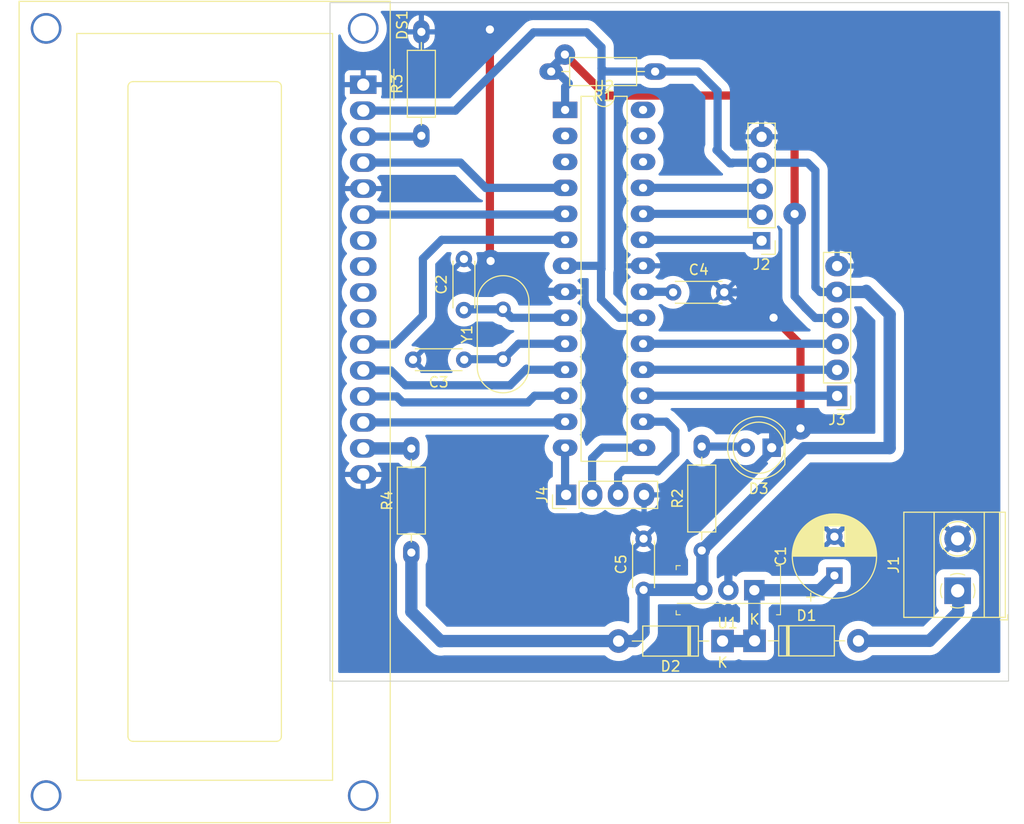
<source format=kicad_pcb>
(kicad_pcb (version 20211014) (generator pcbnew)
  (layers (0 "F.Cu" signal) (31 "B.Cu" signal) (34 "B.Paste" user) (35 "F.Paste" user) (36 "B.SilkS" user "B.Silkscreen") (37 "F.SilkS" user "F.Silkscreen") (38 "B.Mask" user) (39 "F.Mask" user) (44 "Edge.Cuts" user))
  (net 0 "")
  (net 1 "Net-(C2-Pad1)")
  (net 2 "GND")
  (net 3 "Net-(C3-Pad1)")
  (net 4 "Net-(C4-Pad1)")
  (net 5 "+5V")
  (net 6 "Net-(C1-Pad1)")
  (net 7 "Net-(D1-Pad2)")
  (net 8 "Net-(D3-Pad2)")
  (net 9 "Net-(DS1-Pad3)")
  (net 10 "Net-(DS1-Pad4)")
  (net 11 "Net-(DS1-Pad6)")
  (net 16 "Net-(DS1-Pad11)")
  (net 17 "Net-(DS1-Pad12)")
  (net 18 "Net-(DS1-Pad13)")
  (net 19 "Net-(DS1-Pad14)")
  (net 20 "Net-(DS1-Pad15)")
  (net 21 "Net-(J2-Pad1)")
  (net 22 "Net-(J2-Pad2)")
  (net 23 "Net-(J2-Pad3)")
  (net 24 "Net-(J3-Pad1)")
  (net 25 "Net-(J3-Pad2)")
  (net 26 "Net-(J3-Pad3)")
  (net 27 "Net-(J3-Pad4)")
  (net 28 "CLOCK")
  (net 29 "DIR")
  (net 30 "ENABLE")
  (footprint "LED_THT:LED_D5.0mm_FlatTop" (layer "F.Cu") (at 173.605 97.3 180)
    (fp_text reference "D3" (at 1.27 -4.01) (layer "F.SilkS"))
    (fp_text value "LED")
    (pad "1" thru_hole rect (at 0 0 180) (size 1.8 1.8) (drill 0.9) (layers *.Cu *.Mask) (net 2 "GND"))
    (pad "2" thru_hole circle (at 2.54 0 180) (size 1.8 1.8) (drill 0.9) (layers *.Cu *.Mask) (net 8 "Net-(D3-Pad2)"))
  )
  (footprint "Diode_THT:D_DO-41_SOD81_P10.16mm_Horizontal" (layer "F.Cu") (at 168.8 116.2 180)
    (fp_text reference "D2" (at 5.08 -2.47) (layer "F.SilkS"))
    (fp_text value "1N4007")
    (fp_text user "K" (at 0 -2.1) (layer "F.SilkS"))
    (pad "1" thru_hole rect (at 0 0 180) (size 2.2 2.2) (drill 1.1) (layers *.Cu *.Mask) (net 6 "Net-(C1-Pad1)"))
    (pad "2" thru_hole oval (at 10.16 0 180) (size 2.2 2.3) (drill 1.1) (layers *.Cu *.Mask) (net 5 "+5V"))
  )
  (footprint "Resistor_THT:R_Axial_DIN0207_L6.3mm_D2.5mm_P10.16mm_Horizontal" (layer "F.Cu") (at 166.77 107.35 90)
    (fp_text reference "R2" (at 5.08 -2.37 90) (layer "F.SilkS"))
    (fp_text value "1k")
    (pad "1" thru_hole circle (at 0 0 90) (size 1.6 1.6) (drill 0.8) (layers *.Cu *.Mask) (net 5 "+5V"))
    (pad "2" thru_hole oval (at 10.16 0 90) (size 2.3 1.6) (drill 0.8) (layers *.Cu *.Mask) (net 8 "Net-(D3-Pad2)"))
  )
  (footprint "Resistor_THT:R_Axial_DIN0207_L6.3mm_D2.5mm_P10.16mm_Horizontal" (layer "F.Cu") (at 138.38 107.55 90)
    (fp_text reference "R4" (at 5.08 -2.37 90) (layer "F.SilkS"))
    (fp_text value "330R")
    (pad "1" thru_hole oval (at 0 0 90) (size 2.3 1.6) (drill 0.8) (layers *.Cu *.Mask) (net 5 "+5V"))
    (pad "2" thru_hole oval (at 10.16 0 90) (size 2.3 1.6) (drill 0.8) (layers *.Cu *.Mask) (net 20 "Net-(DS1-Pad15)"))
  )
  (footprint "Connector_PinHeader_2.54mm:PinHeader_1x05_P2.54mm_Vertical" (layer "F.Cu") (at 172.62 77.065 180)
    (fp_text reference "J2" (at 0 -2.33) (layer "F.SilkS"))
    (fp_text value "Conn_01x05")
    (pad "1" thru_hole rect (at 0 0 180) (size 1.7 1.7) (drill 1) (layers *.Cu *.Mask) (net 21 "Net-(J2-Pad1)"))
    (pad "2" thru_hole oval (at 0 2.54 180) (size 2.2 2) (drill 1) (layers *.Cu *.Mask) (net 22 "Net-(J2-Pad2)"))
    (pad "3" thru_hole oval (at 0 5.08 180) (size 2.2 2) (drill 1) (layers *.Cu *.Mask) (net 23 "Net-(J2-Pad3)"))
    (pad "4" thru_hole oval (at 0 7.62 180) (size 2.2 2) (drill 1) (layers *.Cu *.Mask) (net 5 "+5V"))
    (pad "5" thru_hole oval (at 0 10.16 180) (size 2.2 2) (drill 1) (layers *.Cu *.Mask) (net 2 "GND"))
  )
  (footprint "Display:WC1602A" (layer "F.Cu") (at 133.6775 61.81 -90)
    (fp_text reference "DS1" (at -5.82 -3.81 90) (layer "F.SilkS"))
    (fp_text value "WC1602A")
    (pad "" thru_hole circle (at 69.5 0 270) (size 3 3) (drill 2.5) (layers *.Cu *.Mask))
    (pad "" thru_hole circle (at -5.4991 31.0007 270) (size 3 3) (drill 2.5) (layers *.Cu *.Mask))
    (pad "" thru_hole circle (at 69.49948 31.0007 270) (size 3 3) (drill 2.5) (layers *.Cu *.Mask))
    (pad "" thru_hole circle (at -5.4991 0 270) (size 3 3) (drill 2.5) (layers *.Cu *.Mask))
    (pad "1" thru_hole rect (at 0 0 270) (size 1.8 2.6) (drill 1.2) (layers *.Cu *.Mask) (net 2 "GND"))
    (pad "2" thru_hole oval (at 2.54 0 270) (size 1.8 2.6) (drill 1.2) (layers *.Cu *.Mask) (net 5 "+5V"))
    (pad "3" thru_hole oval (at 5.08 0 270) (size 1.8 2.6) (drill 1.2) (layers *.Cu *.Mask) (net 9 "Net-(DS1-Pad3)"))
    (pad "4" thru_hole oval (at 7.62 0 270) (size 1.8 2.6) (drill 1.2) (layers *.Cu *.Mask) (net 10 "Net-(DS1-Pad4)"))
    (pad "5" thru_hole oval (at 10.16 0 270) (size 1.8 2.6) (drill 1.2) (layers *.Cu *.Mask) (net 2 "GND"))
    (pad "6" thru_hole oval (at 12.7 0 270) (size 1.8 2.6) (drill 1.2) (layers *.Cu *.Mask) (net 11 "Net-(DS1-Pad6)"))
    (pad "7" thru_hole oval (at 15.24 0 270) (size 1.8 2.6) (drill 1.2) (layers *.Cu *.Mask))
    (pad "8" thru_hole oval (at 17.78 0 270) (size 1.8 2.6) (drill 1.2) (layers *.Cu *.Mask))
    (pad "9" thru_hole oval (at 20.32 0 270) (size 1.8 2.6) (drill 1.2) (layers *.Cu *.Mask))
    (pad "10" thru_hole oval (at 22.86 0 270) (size 1.8 2.6) (drill 1.2) (layers *.Cu *.Mask))
    (pad "11" thru_hole oval (at 25.4 0 270) (size 1.8 2.6) (drill 1.2) (layers *.Cu *.Mask) (net 16 "Net-(DS1-Pad11)"))
    (pad "12" thru_hole oval (at 27.94 0 270) (size 1.8 2.6) (drill 1.2) (layers *.Cu *.Mask) (net 17 "Net-(DS1-Pad12)"))
    (pad "13" thru_hole oval (at 30.48 0 270) (size 1.8 2.6) (drill 1.2) (layers *.Cu *.Mask) (net 18 "Net-(DS1-Pad13)"))
    (pad "14" thru_hole oval (at 33.02 0 270) (size 1.8 2.6) (drill 1.2) (layers *.Cu *.Mask) (net 19 "Net-(DS1-Pad14)"))
    (pad "15" thru_hole oval (at 35.56 0 270) (size 1.8 2.6) (drill 1.2) (layers *.Cu *.Mask) (net 20 "Net-(DS1-Pad15)"))
    (pad "16" thru_hole oval (at 38.1 0 270) (size 1.8 2.6) (drill 1.2) (layers *.Cu *.Mask) (net 2 "GND"))
  )
  (footprint "Capacitor_THT:C_Disc_D4.3mm_W1.9mm_P5.00mm" (layer "F.Cu") (at 143.55 88.7 180)
    (fp_text reference "C3" (at 2.5 -2.2) (layer "F.SilkS"))
    (fp_text value "22pf")
    (pad "1" thru_hole circle (at 0 0 180) (size 1.6 1.6) (drill 0.8) (layers *.Cu *.Mask) (net 3 "Net-(C3-Pad1)"))
    (pad "2" thru_hole circle (at 5 0 180) (size 1.6 1.6) (drill 0.8) (layers *.Cu *.Mask) (net 2 "GND"))
  )
  (footprint "TerminalBlock_Phoenix:TerminalBlock_Phoenix_MKDS-1,5-2-5.08_1x02_P5.08mm_Horizontal" (layer "F.Cu") (at 191.785 111.285 90)
    (fp_text reference "J1" (at 2.54 -6.26 90) (layer "F.SilkS"))
    (fp_text value "Screw_Terminal_01x02")
    (pad "1" thru_hole rect (at 0 0 90) (size 2.6 2.6) (drill 1.3) (layers *.Cu *.Mask) (net 7 "Net-(D1-Pad2)"))
    (pad "2" thru_hole circle (at 5.08 0 90) (size 2.6 2.6) (drill 1.3) (layers *.Cu *.Mask) (net 2 "GND"))
  )
  (footprint "Resistor_THT:R_Axial_DIN0207_L6.3mm_D2.5mm_P10.16mm_Horizontal" (layer "F.Cu") (at 139.36 66.81 90)
    (fp_text reference "R3" (at 5.08 -2.37 90) (layer "F.SilkS"))
    (fp_text value "1k")
    (pad "1" thru_hole oval (at 0 0 90) (size 2.3 1.6) (drill 0.8) (layers *.Cu *.Mask) (net 9 "Net-(DS1-Pad3)"))
    (pad "2" thru_hole oval (at 10.16 0 90) (size 2.3 1.6) (drill 0.8) (layers *.Cu *.Mask) (net 2 "GND"))
  )
  (footprint "Capacitor_THT:CP_Radial_D8.0mm_P3.80mm" (layer "F.Cu") (at 179.74 109.8 90)
    (fp_text reference "C1" (at 1.9 -5.25 90) (layer "F.SilkS"))
    (fp_text value "100uf/50V")
    (pad "1" thru_hole rect (at 0 0 90) (size 1.6 1.6) (drill 0.8) (layers *.Cu *.Mask) (net 6 "Net-(C1-Pad1)"))
    (pad "2" thru_hole circle (at 3.8 0 90) (size 1.6 1.6) (drill 0.8) (layers *.Cu *.Mask) (net 2 "GND"))
  )
  (footprint "Capacitor_THT:C_Disc_D4.3mm_W1.9mm_P5.00mm" (layer "F.Cu") (at 161.08 111.2 90)
    (fp_text reference "C5" (at 2.5 -2.2 90) (layer "F.SilkS"))
    (fp_text value "100n")
    (pad "1" thru_hole circle (at 0 0 90) (size 1.6 1.6) (drill 0.8) (layers *.Cu *.Mask) (net 5 "+5V"))
    (pad "2" thru_hole circle (at 5 0 90) (size 1.6 1.6) (drill 0.8) (layers *.Cu *.Mask) (net 2 "GND"))
  )
  (footprint "digikey-footprints:TO-220-3" (layer "F.Cu") (at 171.91 111.23 180)
    (fp_text reference "U1" (at 2.62 -3.22) (layer "F.SilkS"))
    (fp_text value "L7805CV")
    (pad "1" thru_hole rect locked (at 0 0 180) (size 2 2) (drill 1) (layers *.Cu *.Mask) (net 6 "Net-(C1-Pad1)"))
    (pad "2" thru_hole circle locked (at 2.54 0 180) (size 2 2) (drill 1) (layers *.Cu *.Mask) (net 2 "GND"))
    (pad "3" thru_hole circle locked (at 5.08 0 180) (size 2 2) (drill 1) (layers *.Cu *.Mask) (net 5 "+5V"))
  )
  (footprint "Package_DIP:DIP-28_W7.62mm_LongPads" (layer "F.Cu") (at 153.41 64.28)
    (fp_text reference "U2" (at 3.81 -2.33) (layer "F.SilkS"))
    (fp_text value "ATmega8-16P")
    (pad "1" thru_hole rect (at 0 0) (size 2.4 1.6) (drill 0.8) (layers *.Cu *.Mask) (net 27 "Net-(J3-Pad4)"))
    (pad "2" thru_hole oval (at 0 2.54) (size 2.4 1.6) (drill 0.8) (layers *.Cu *.Mask))
    (pad "3" thru_hole oval (at 0 5.08) (size 2.4 1.6) (drill 0.8) (layers *.Cu *.Mask))
    (pad "4" thru_hole oval (at 0 7.62) (size 2.4 1.6) (drill 0.8) (layers *.Cu *.Mask) (net 10 "Net-(DS1-Pad4)"))
    (pad "5" thru_hole oval (at 0 10.16) (size 2.4 1.6) (drill 0.8) (layers *.Cu *.Mask) (net 11 "Net-(DS1-Pad6)"))
    (pad "6" thru_hole oval (at 0 12.7) (size 2.4 1.6) (drill 0.8) (layers *.Cu *.Mask) (net 16 "Net-(DS1-Pad11)"))
    (pad "7" thru_hole oval (at 0 15.24) (size 2.4 1.6) (drill 0.8) (layers *.Cu *.Mask) (net 5 "+5V"))
    (pad "8" thru_hole oval (at 0 17.78) (size 2.4 1.6) (drill 0.8) (layers *.Cu *.Mask) (net 2 "GND"))
    (pad "9" thru_hole oval (at 0 20.32) (size 2.4 1.6) (drill 0.8) (layers *.Cu *.Mask) (net 1 "Net-(C2-Pad1)"))
    (pad "10" thru_hole oval (at 0 22.86) (size 2.4 1.6) (drill 0.8) (layers *.Cu *.Mask) (net 3 "Net-(C3-Pad1)"))
    (pad "11" thru_hole oval (at 0 25.4) (size 2.4 1.6) (drill 0.8) (layers *.Cu *.Mask) (net 17 "Net-(DS1-Pad12)"))
    (pad "12" thru_hole oval (at 0 27.94) (size 2.4 1.6) (drill 0.8) (layers *.Cu *.Mask) (net 18 "Net-(DS1-Pad13)"))
    (pad "13" thru_hole oval (at 0 30.48) (size 2.4 1.6) (drill 0.8) (layers *.Cu *.Mask) (net 19 "Net-(DS1-Pad14)"))
    (pad "14" thru_hole oval (at 0 33.02) (size 2.4 1.6) (drill 0.8) (layers *.Cu *.Mask) (net 28 "CLOCK"))
    (pad "15" thru_hole oval (at 7.62 33.02) (size 2.4 1.6) (drill 0.8) (layers *.Cu *.Mask) (net 29 "DIR"))
    (pad "16" thru_hole oval (at 7.62 30.48) (size 2.4 1.6) (drill 0.8) (layers *.Cu *.Mask) (net 30 "ENABLE"))
    (pad "17" thru_hole oval (at 7.62 27.94) (size 2.4 1.6) (drill 0.8) (layers *.Cu *.Mask) (net 24 "Net-(J3-Pad1)"))
    (pad "18" thru_hole oval (at 7.62 25.4) (size 2.4 1.6) (drill 0.8) (layers *.Cu *.Mask) (net 25 "Net-(J3-Pad2)"))
    (pad "19" thru_hole oval (at 7.62 22.86) (size 2.4 1.6) (drill 0.8) (layers *.Cu *.Mask) (net 26 "Net-(J3-Pad3)"))
    (pad "20" thru_hole oval (at 7.62 20.32) (size 2.4 1.6) (drill 0.8) (layers *.Cu *.Mask) (net 5 "+5V"))
    (pad "21" thru_hole oval (at 7.62 17.78) (size 2.4 1.6) (drill 0.8) (layers *.Cu *.Mask) (net 4 "Net-(C4-Pad1)"))
    (pad "22" thru_hole oval (at 7.62 15.24) (size 2.4 1.6) (drill 0.8) (layers *.Cu *.Mask) (net 2 "GND"))
    (pad "23" thru_hole oval (at 7.62 12.7) (size 2.4 1.6) (drill 0.8) (layers *.Cu *.Mask) (net 21 "Net-(J2-Pad1)"))
    (pad "24" thru_hole oval (at 7.62 10.16) (size 2.4 1.6) (drill 0.8) (layers *.Cu *.Mask) (net 22 "Net-(J2-Pad2)"))
    (pad "25" thru_hole oval (at 7.62 7.62) (size 2.4 1.6) (drill 0.8) (layers *.Cu *.Mask) (net 23 "Net-(J2-Pad3)"))
    (pad "26" thru_hole oval (at 7.62 5.08) (size 2.4 1.6) (drill 0.8) (layers *.Cu *.Mask))
    (pad "27" thru_hole oval (at 7.62 2.54) (size 2.4 1.6) (drill 0.8) (layers *.Cu *.Mask))
    (pad "28" thru_hole oval (at 7.62 0) (size 2.4 1.6) (drill 0.8) (layers *.Cu *.Mask))
  )
  (footprint "Connector_PinHeader_2.54mm:PinHeader_1x06_P2.54mm_Vertical" (layer "F.Cu") (at 180 92.24 180)
    (fp_text reference "J3" (at 0 -2.33) (layer "F.SilkS"))
    (fp_text value "Conn_01x06")
    (pad "1" thru_hole rect (at 0 0 180) (size 2 2) (drill 1) (layers *.Cu *.Mask) (net 24 "Net-(J3-Pad1)"))
    (pad "2" thru_hole oval (at 0 2.54 180) (size 2.3 2) (drill 1) (layers *.Cu *.Mask) (net 25 "Net-(J3-Pad2)"))
    (pad "3" thru_hole oval (at 0 5.08 180) (size 2.3 2) (drill 1) (layers *.Cu *.Mask) (net 26 "Net-(J3-Pad3)"))
    (pad "4" thru_hole oval (at 0 7.62 180) (size 2.3 2) (drill 1) (layers *.Cu *.Mask) (net 27 "Net-(J3-Pad4)"))
    (pad "5" thru_hole oval (at 0 10.16 180) (size 2.3 2) (drill 1) (layers *.Cu *.Mask) (net 5 "+5V"))
    (pad "6" thru_hole oval (at 0 12.7 180) (size 2.3 2) (drill 1) (layers *.Cu *.Mask) (net 2 "GND"))
  )
  (footprint "Resistor_THT:R_Axial_DIN0207_L6.3mm_D2.5mm_P10.16mm_Horizontal" (layer "F.Cu") (at 162.21 60.53 180)
    (fp_text reference "R1" (at 5.08 -2.37) (layer "F.SilkS"))
    (fp_text value "10k")
    (pad "1" thru_hole oval (at 0 0 180) (size 2.3 1.6) (drill 0.8) (layers *.Cu *.Mask) (net 5 "+5V"))
    (pad "2" thru_hole oval (at 10.16 0 180) (size 2.3 1.6) (drill 0.8) (layers *.Cu *.Mask) (net 27 "Net-(J3-Pad4)"))
  )
  (footprint "Capacitor_THT:C_Disc_D4.3mm_W1.9mm_P5.00mm" (layer "F.Cu") (at 163.97 82.11)
    (fp_text reference "C4" (at 2.5 -2.2) (layer "F.SilkS"))
    (fp_text value "100n")
    (pad "1" thru_hole circle (at 0 0) (size 1.6 1.6) (drill 0.8) (layers *.Cu *.Mask) (net 4 "Net-(C4-Pad1)"))
    (pad "2" thru_hole circle (at 5 0) (size 1.6 1.6) (drill 0.8) (layers *.Cu *.Mask) (net 2 "GND"))
  )
  (footprint "Crystal:Crystal_HC49-4H_Vertical" (layer "F.Cu") (at 147.35 88.65 90)
    (fp_text reference "Y1" (at 2.44 -3.525 90) (layer "F.SilkS"))
    (fp_text value "16Mhz")
    (pad "1" thru_hole circle (at 0 0 90) (size 1.5 1.5) (drill 0.8) (layers *.Cu *.Mask) (net 3 "Net-(C3-Pad1)"))
    (pad "2" thru_hole circle (at 4.88 0 90) (size 1.5 1.5) (drill 0.8) (layers *.Cu *.Mask) (net 1 "Net-(C2-Pad1)"))
  )
  (footprint "Connector_PinHeader_2.54mm:PinHeader_1x04_P2.54mm_Vertical" (layer "F.Cu") (at 153.51 101.91 90)
    (fp_text reference "J4" (at 0 -2.33 90) (layer "F.SilkS"))
    (fp_text value "Conn_01x04")
    (pad "1" thru_hole rect (at 0 0 90) (size 2 2) (drill 1) (layers *.Cu *.Mask) (net 28 "CLOCK"))
    (pad "2" thru_hole oval (at 0 2.54 90) (size 2.3 2) (drill 1) (layers *.Cu *.Mask) (net 29 "DIR"))
    (pad "3" thru_hole oval (at 0 5.08 90) (size 2.3 2) (drill 1) (layers *.Cu *.Mask) (net 30 "ENABLE"))
    (pad "4" thru_hole oval (at 0 7.62 90) (size 2.3 2) (drill 1) (layers *.Cu *.Mask) (net 2 "GND"))
  )
  (footprint "Diode_THT:D_DO-41_SOD81_P10.16mm_Horizontal" (layer "F.Cu") (at 171.93 116.18)
    (fp_text reference "D1" (at 5.08 -2.47) (layer "F.SilkS"))
    (fp_text value "1N4007")
    (fp_text user "K" (at 0 -2.1) (layer "F.SilkS"))
    (pad "1" thru_hole rect (at 0 0) (size 2.2 2.2) (drill 1.1) (layers *.Cu *.Mask) (net 6 "Net-(C1-Pad1)"))
    (pad "2" thru_hole oval (at 10.16 0) (size 2.2 2.3) (drill 1.1) (layers *.Cu *.Mask) (net 7 "Net-(D1-Pad2)"))
  )
  (footprint "Capacitor_THT:C_Disc_D4.3mm_W1.9mm_P5.00mm" (layer "F.Cu") (at 143.52 83.85 90)
    (fp_text reference "C2" (at 2.5 -2.2 90) (layer "F.SilkS"))
    (fp_text value "22pf")
    (pad "1" thru_hole circle (at 0 0 90) (size 1.6 1.6) (drill 0.8) (layers *.Cu *.Mask) (net 1 "Net-(C2-Pad1)"))
    (pad "2" thru_hole circle (at 5 0 90) (size 1.6 1.6) (drill 0.8) (layers *.Cu *.Mask) (net 2 "GND"))
  )
  (gr_rect (start 130.43 53.79) (end 196.76 120.12) (layer "Edge.Cuts") (width 0.1) (fill none))
  (segment (start 148.18 84.6) (end 147.35 83.77) (width 0.8) (layer "B.Cu") (net 1))
  (segment (start 153.41 84.6) (end 148.18 84.6) (width 0.8) (layer "B.Cu") (net 1))
  (segment (start 143.78 83.77) (end 143.56 83.55) (width 0.8) (layer "B.Cu") (net 1))
  (segment (start 147.35 83.77) (end 143.78 83.77) (width 0.8) (layer "B.Cu") (net 1))
  (segment (start 173.79 84.59) (end 176.42 87.22) (width 0.8) (layer "F.Cu") (net 2))
  (segment (start 146.06 78.98) (end 146.06 56.42) (width 0.8) (layer "F.Cu") (net 2))
  (segment (start 176.42 87.22) (end 176.42 95.41) (width 0.8) (layer "F.Cu") (net 2))
  (segment (start 146.13 79.05) (end 146.06 78.98) (width 0.8) (layer "F.Cu") (net 2))
  (via (at 176.42 95.41) (size 2.2) (drill 0.8) (layers "F.Cu" "B.Cu") (net 2))
  (via (at 173.79 84.59) (size 2.2) (drill 0.8) (layers "F.Cu" "B.Cu") (net 2))
  (via (at 146.13 79.05) (size 2.2) (drill 0.8) (layers "F.Cu" "B.Cu") (net 2))
  (via (at 146.06 56.42) (size 2.2) (drill 0.8) (layers "F.Cu" "B.Cu") (net 2))
  (segment (start 173.605 96.735) (end 175.04 95.3) (width 0.8) (layer "B.Cu") (net 2))
  (segment (start 175.04 95.3) (end 175.04 96.21) (width 0.8) (layer "B.Cu") (net 2))
  (segment (start 149.34 82.06) (end 146.65 79.37) (width 0.8) (layer "B.Cu") (net 2))
  (segment (start 171.31 82.11) (end 173.79 84.59) (width 0.8) (layer "B.Cu") (net 2))
  (segment (start 153.41 82.06) (end 149.34 82.06) (width 0.8) (layer "B.Cu") (net 2))
  (segment (start 146.65 79.37) (end 146.33 79.05) (width 0.8) (layer "B.Cu") (net 2))
  (segment (start 146.33 79.05) (end 146.13 79.05) (width 0.8) (layer "B.Cu") (net 2))
  (segment (start 175.04 96.21) (end 171.64 99.61) (width 0.8) (layer "B.Cu") (net 2))
  (segment (start 169.37 111.23) (end 169.37 108.61) (width 0.8) (layer "B.Cu") (net 2))
  (segment (start 173.605 97.3) (end 173.605 96.735) (width 0.8) (layer "B.Cu") (net 2))
  (segment (start 169.37 112.93) (end 169.61 113.17) (width 0.8) (layer "B.Cu") (net 2))
  (segment (start 169.37 108.61) (end 169.44 108.54) (width 0.8) (layer "B.Cu") (net 2))
  (segment (start 168.97 82.11) (end 171.31 82.11) (width 0.8) (layer "B.Cu") (net 2))
  (segment (start 148.86 87.14) (end 147.35 88.65) (width 0.8) (layer "B.Cu") (net 3))
  (segment (start 147.35 88.65) (end 143.6 88.65) (width 0.8) (layer "B.Cu") (net 3))
  (segment (start 153.41 87.14) (end 148.86 87.14) (width 0.8) (layer "B.Cu") (net 3))
  (segment (start 143.6 88.65) (end 143.55 88.7) (width 0.8) (layer "B.Cu") (net 3))
  (segment (start 161.03 82.06) (end 163.92 82.06) (width 0.8) (layer "B.Cu") (net 4))
  (segment (start 163.92 82.06) (end 163.97 82.11) (width 0.8) (layer "B.Cu") (net 4))
  (segment (start 169.795 69.445) (end 172.62 69.445) (width 0.8) (layer "B.Cu") (net 5))
  (segment (start 162.21 60.53) (end 157.29 60.53) (width 0.8) (layer "B.Cu") (net 5))
  (segment (start 158.72 84.6) (end 156.92 82.8) (width 0.8) (layer "B.Cu") (net 5))
  (segment (start 166.8 111.2) (end 166.83 111.23) (width 1.2) (layer "B.Cu") (net 5))
  (segment (start 133.6775 64.35) (end 142.68 64.35) (width 0.8) (layer "B.Cu") (net 5))
  (segment (start 156.97 60.21) (end 156.97 79.81) (width 0.8) (layer "B.Cu") (net 5))
  (segment (start 138.38 107.55) (end 138.38 113.34) (width 1.2) (layer "B.Cu") (net 5))
  (segment (start 156.92 82.8) (end 156.92 79.86) (width 0.8) (layer "B.Cu") (net 5))
  (segment (start 168.21 68.2) (end 169.5 69.49) (width 0.8) (layer "B.Cu") (net 5))
  (segment (start 166.83 107.41) (end 166.77 107.35) (width 1.2) (layer "B.Cu") (net 5))
  (segment (start 150.33 56.7) (end 155.52 56.7) (width 0.8) (layer "B.Cu") (net 5))
  (segment (start 180 82.08) (end 178.35 82.08) (width 0.8) (layer "B.Cu") (net 5))
  (segment (start 166.4 60.53) (end 168.32 62.45) (width 0.8) (layer "B.Cu") (net 5))
  (segment (start 182.85 81.97) (end 182.74 82.08) (width 1.2) (layer "B.Cu") (net 5))
  (segment (start 161.03 84.6) (end 158.72 84.6) (width 0.8) (layer "B.Cu") (net 5))
  (segment (start 157.29 60.53) (end 156.97 60.21) (width 0.8) (layer "B.Cu") (net 5))
  (segment (start 156.68 79.52) (end 153.41 79.52) (width 0.8) (layer "B.Cu") (net 5))
  (segment (start 156.97 58.15) (end 156.97 60.21) (width 0.8) (layer "B.Cu") (net 5))
  (segment (start 168.32 68.09) (end 168.21 68.2) (width 0.8) (layer "B.Cu") (net 5))
  (segment (start 166.77 107.35) (end 176.78 97.34) (width 1.2) (layer "B.Cu") (net 5))
  (segment (start 169.5 69.49) (end 169.75 69.49) (width 0.8) (layer "B.Cu") (net 5))
  (segment (start 177.88223 70.21223) (end 177.115 69.445) (width 0.8) (layer "B.Cu") (net 5))
  (segment (start 141.27 116.23) (end 141.3 116.2) (width 1.2) (layer "B.Cu") (net 5))
  (segment (start 176.78 97.34) (end 185.14 97.34) (width 1.2) (layer "B.Cu") (net 5))
  (segment (start 177.88223 81.470467) (end 177.88223 70.21223) (width 0.8) (layer "B.Cu") (net 5))
  (segment (start 142.68 64.35) (end 150.33 56.7) (width 0.8) (layer "B.Cu") (net 5))
  (segment (start 168.32 62.45) (end 168.32 68.09) (width 0.8) (layer "B.Cu") (net 5))
  (segment (start 162.21 60.53) (end 166.4 60.53) (width 0.8) (layer "B.Cu") (net 5))
  (segment (start 161.08 111.2) (end 166.8 111.2) (width 1.2) (layer "B.Cu") (net 5))
  (segment (start 182.74 82.08) (end 180 82.08) (width 1.2) (layer "B.Cu") (net 5))
  (segment (start 166.83 111.23) (end 166.83 107.41) (width 1.2) (layer "B.Cu") (net 5))
  (segment (start 138.38 113.34) (end 141.27 116.23) (width 1.2) (layer "B.Cu") (net 5))
  (segment (start 156.92 79.86) (end 156.97 79.81) (width 0.8) (layer "B.Cu") (net 5))
  (segment (start 178.35 82.08) (end 177.882231 81.612231) (width 0.8) (layer "B.Cu") (net 5))
  (segment (start 161.08 115.33) (end 160.21 116.2) (width 1.2) (layer "B.Cu") (net 5))
  (segment (start 177.882231 81.612231) (end 177.88223 81.470467) (width 0.8) (layer "B.Cu") (net 5))
  (segment (start 141.3 116.2) (end 158.64 116.2) (width 1.2) (layer "B.Cu") (net 5))
  (segment (start 169.75 69.49) (end 169.795 69.445) (width 0.8) (layer "B.Cu") (net 5))
  (segment (start 155.52 56.7) (end 156.97 58.15) (width 0.8) (layer "B.Cu") (net 5))
  (segment (start 161.08 111.2) (end 161.08 115.33) (width 1.2) (layer "B.Cu") (net 5))
  (segment (start 185.14 97.34) (end 185.14 84.26) (width 1.2) (layer "B.Cu") (net 5))
  (segment (start 177.115 69.445) (end 172.62 69.445) (width 0.8) (layer "B.Cu") (net 5))
  (segment (start 156.97 79.81) (end 156.68 79.52) (width 0.8) (layer "B.Cu") (net 5))
  (segment (start 160.21 116.2) (end 158.64 116.2) (width 1.2) (layer "B.Cu") (net 5))
  (segment (start 185.14 84.26) (end 182.85 81.97) (width 1.2) (layer "B.Cu") (net 5))
  (segment (start 168.8 116.2) (end 171.91 116.2) (width 1.2) (layer "B.Cu") (net 6))
  (segment (start 171.91 111.23) (end 178.31 111.23) (width 1.2) (layer "B.Cu") (net 6))
  (segment (start 171.91 116.2) (end 171.93 116.18) (width 1.2) (layer "B.Cu") (net 6))
  (segment (start 171.91 111.23) (end 171.91 116.16) (width 1.2) (layer "B.Cu") (net 6))
  (segment (start 178.31 111.23) (end 179.74 109.8) (width 1.2) (layer "B.Cu") (net 6))
  (segment (start 171.91 116.16) (end 171.93 116.18) (width 1.2) (layer "B.Cu") (net 6))
  (segment (start 189.03 116.18) (end 191.84 113.37) (width 1.2) (layer "B.Cu") (net 7))
  (segment (start 191.84 113.37) (end 191.84 111.34) (width 1.2) (layer "B.Cu") (net 7))
  (segment (start 182.09 116.18) (end 189.03 116.18) (width 1.2) (layer "B.Cu") (net 7))
  (segment (start 191.84 111.34) (end 191.785 111.285) (width 1.2) (layer "B.Cu") (net 7))
  (segment (start 166.77 97.19) (end 170.955 97.19) (width 0.8) (layer "B.Cu") (net 8))
  (segment (start 170.955 97.19) (end 171.065 97.3) (width 0.8) (layer "B.Cu") (net 8))
  (segment (start 133.6775 66.89) (end 139.28 66.89) (width 0.8) (layer "B.Cu") (net 9))
  (segment (start 139.28 66.89) (end 139.36 66.81) (width 0.8) (layer "B.Cu") (net 9))
  (segment (start 133.6775 69.43) (end 143.18 69.43) (width 0.8) (layer "B.Cu") (net 10))
  (segment (start 145.67 71.92) (end 145.69 71.9) (width 0.8) (layer "B.Cu") (net 10))
  (segment (start 143.18 69.43) (end 145.67 71.92) (width 0.8) (layer "B.Cu") (net 10))
  (segment (start 145.69 71.9) (end 153.41 71.9) (width 0.8) (layer "B.Cu") (net 10))
  (segment (start 153.34 74.51) (end 153.41 74.44) (width 0.8) (layer "B.Cu") (net 11))
  (segment (start 133.6775 74.51) (end 153.34 74.51) (width 0.8) (layer "B.Cu") (net 11))
  (segment (start 136.7 87.21) (end 133.6775 87.21) (width 0.8) (layer "B.Cu") (net 16))
  (segment (start 153.41 76.98) (end 141.35 76.98) (width 0.8) (layer "B.Cu") (net 16))
  (segment (start 139.51 84.4) (end 136.7 87.21) (width 0.8) (layer "B.Cu") (net 16))
  (segment (start 139.51 78.82) (end 139.51 84.4) (width 0.8) (layer "B.Cu") (net 16))
  (segment (start 141.35 76.98) (end 139.51 78.82) (width 0.8) (layer "B.Cu") (net 16))
  (segment (start 149.64 89.58) (end 149.74 89.68) (width 0.8) (layer "B.Cu") (net 17))
  (segment (start 133.6775 89.75) (end 136.37 89.75) (width 0.8) (layer "B.Cu") (net 17))
  (segment (start 137.82 91.2) (end 148.02 91.2) (width 0.8) (layer "B.Cu") (net 17))
  (segment (start 136.37 89.75) (end 137.82 91.2) (width 0.8) (layer "B.Cu") (net 17))
  (segment (start 149.74 89.68) (end 153.41 89.68) (width 0.8) (layer "B.Cu") (net 17))
  (segment (start 148.02 91.2) (end 149.64 89.58) (width 0.8) (layer "B.Cu") (net 17))
  (segment (start 149.78 92.87) (end 150.43 92.22) (width 0.8) (layer "B.Cu") (net 18))
  (segment (start 133.6775 92.29) (end 136.95 92.29) (width 0.8) (layer "B.Cu") (net 18))
  (segment (start 137.53 92.87) (end 149.78 92.87) (width 0.8) (layer "B.Cu") (net 18))
  (segment (start 136.95 92.29) (end 137.53 92.87) (width 0.8) (layer "B.Cu") (net 18))
  (segment (start 150.43 92.22) (end 153.41 92.22) (width 0.8) (layer "B.Cu") (net 18))
  (segment (start 153.34 94.83) (end 153.41 94.76) (width 0.8) (layer "B.Cu") (net 19))
  (segment (start 133.6775 94.83) (end 153.34 94.83) (width 0.8) (layer "B.Cu") (net 19))
  (segment (start 133.6775 97.37) (end 138.36 97.37) (width 1.2) (layer "B.Cu") (net 20))
  (segment (start 138.36 97.37) (end 138.38 97.39) (width 1.2) (layer "B.Cu") (net 20))
  (segment (start 161.03 76.98) (end 172.535 76.98) (width 0.8) (layer "B.Cu") (net 21))
  (segment (start 172.535 76.98) (end 172.62 77.065) (width 0.8) (layer "B.Cu") (net 21))
  (segment (start 172.535 74.44) (end 172.62 74.525) (width 0.8) (layer "B.Cu") (net 22))
  (segment (start 161.03 74.44) (end 172.535 74.44) (width 0.8) (layer "B.Cu") (net 22))
  (segment (start 161.03 71.9) (end 172.535 71.9) (width 0.8) (layer "B.Cu") (net 23))
  (segment (start 172.535 71.9) (end 172.62 71.985) (width 0.8) (layer "B.Cu") (net 23))
  (segment (start 161.03 92.22) (end 179.98 92.22) (width 0.8) (layer "B.Cu") (net 24))
  (segment (start 179.98 92.22) (end 180 92.24) (width 0.8) (layer "B.Cu") (net 24))
  (segment (start 179.98 89.68) (end 180 89.7) (width 0.8) (layer "B.Cu") (net 25))
  (segment (start 161.03 89.68) (end 179.98 89.68) (width 0.8) (layer "B.Cu") (net 25))
  (segment (start 161.03 87.14) (end 179.98 87.14) (width 0.8) (layer "B.Cu") (net 26))
  (segment (start 179.98 87.14) (end 180 87.16) (width 0.8) (layer "B.Cu") (net 26))
  (segment (start 175.84 62.87) (end 157.40048 62.88048) (width 0.8) (layer "F.Cu") (net 27))
  (segment (start 157.40048 62.88048) (end 153.39 58.87) (width 0.8) (layer "F.Cu") (net 27))
  (segment (start 175.85 74.45) (end 175.84 62.87) (width 0.8) (layer "F.Cu") (net 27))
  (via (at 175.85 74.45) (size 2.2) (drill 0.8) (layers "F.Cu" "B.Cu") (net 27))
  (via (at 153.39 58.87) (size 2) (drill 0.8) (layers "F.Cu" "B.Cu") (net 27))
  (segment (start 152.05 60.21) (end 153.39 58.87) (width 0.8) (layer "B.Cu") (net 27))
  (segment (start 175.85 74.45) (end 175.85 82.5) (width 0.8) (layer "B.Cu") (net 27))
  (segment (start 152.05 60.53) (end 152.6 60.53) (width 0.8) (layer "B.Cu") (net 27))
  (segment (start 177.87 84.62) (end 180 84.62) (width 0.8) (layer "B.Cu") (net 27))
  (segment (start 152.6 60.53) (end 153.76 61.69) (width 0.8) (layer "B.Cu") (net 27))
  (segment (start 176.88 83.63) (end 177.87 84.62) (width 0.8) (layer "B.Cu") (net 27))
  (segment (start 152.05 60.53) (end 152.05 60.21) (width 0.8) (layer "B.Cu") (net 27))
  (segment (start 153.41 62.04) (end 153.41 64.28) (width 0.8) (layer "B.Cu") (net 27))
  (segment (start 153.76 61.69) (end 153.41 62.04) (width 0.8) (layer "B.Cu") (net 27))
  (segment (start 175.85 82.5) (end 176.88 83.63) (width 0.8) (layer "B.Cu") (net 27))
  (segment (start 153.41 97.3) (end 153.41 101.81) (width 0.8) (layer "B.Cu") (net 28))
  (segment (start 153.41 101.81) (end 153.51 101.91) (width 0.8) (layer "B.Cu") (net 28))
  (segment (start 157.08 97.3) (end 156.05 98.33) (width 0.8) (layer "B.Cu") (net 29))
  (segment (start 156.05 98.33) (end 156.05 101.91) (width 0.8) (layer "B.Cu") (net 29))
  (segment (start 161.03 97.3) (end 157.08 97.3) (width 0.8) (layer "B.Cu") (net 29))
  (segment (start 164.2 95.66) (end 163.3 94.76) (width 0.8) (layer "B.Cu") (net 30))
  (segment (start 163.3 94.76) (end 161.03 94.76) (width 0.8) (layer "B.Cu") (net 30))
  (segment (start 159.08 99.48) (end 162.3 99.48) (width 0.8) (layer "B.Cu") (net 30))
  (segment (start 158.59 99.97) (end 159.08 99.48) (width 0.8) (layer "B.Cu") (net 30))
  (segment (start 162.3 99.48) (end 162.44 99.62) (width 0.8) (layer "B.Cu") (net 30))
  (segment (start 164.2 97.86) (end 164.2 95.66) (width 0.8) (layer "B.Cu") (net 30))
  (segment (start 158.59 101.91) (end 158.59 99.97) (width 0.8) (layer "B.Cu") (net 30))
  (segment (start 162.44 99.62) (end 164.2 97.86) (width 0.8) (layer "B.Cu") (net 30))
  (zone (net 2) (net_name "GND") (layer "B.Cu") (connect_pads (clearance 0.8)) (min_thickness 0.254) (fill yes (thermal_gap 0.508) (thermal_bridge_width 0.508))
    (polygon (pts (xy 196.35 119.81) (xy 130.8 119.81) (xy 130.8 54.11) (xy 196.35 54.11)))
  )
)
</source>
